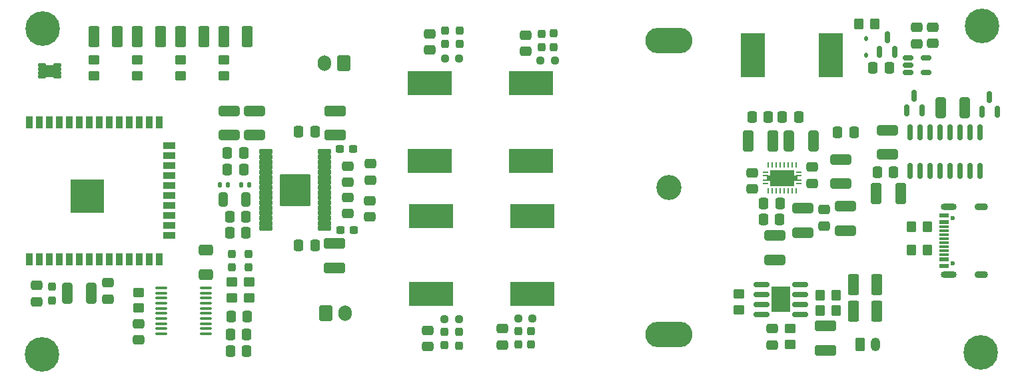
<source format=gbr>
%TF.GenerationSoftware,KiCad,Pcbnew,9.0.6*%
%TF.CreationDate,2025-12-07T16:06:48+02:00*%
%TF.ProjectId,BLUETOOTH_SPEAKER,424c5545-544f-44f5-9448-5f535045414b,rev?*%
%TF.SameCoordinates,Original*%
%TF.FileFunction,Soldermask,Top*%
%TF.FilePolarity,Negative*%
%FSLAX46Y46*%
G04 Gerber Fmt 4.6, Leading zero omitted, Abs format (unit mm)*
G04 Created by KiCad (PCBNEW 9.0.6) date 2025-12-07 16:06:48*
%MOMM*%
%LPD*%
G01*
G04 APERTURE LIST*
G04 Aperture macros list*
%AMRoundRect*
0 Rectangle with rounded corners*
0 $1 Rounding radius*
0 $2 $3 $4 $5 $6 $7 $8 $9 X,Y pos of 4 corners*
0 Add a 4 corners polygon primitive as box body*
4,1,4,$2,$3,$4,$5,$6,$7,$8,$9,$2,$3,0*
0 Add four circle primitives for the rounded corners*
1,1,$1+$1,$2,$3*
1,1,$1+$1,$4,$5*
1,1,$1+$1,$6,$7*
1,1,$1+$1,$8,$9*
0 Add four rect primitives between the rounded corners*
20,1,$1+$1,$2,$3,$4,$5,0*
20,1,$1+$1,$4,$5,$6,$7,0*
20,1,$1+$1,$6,$7,$8,$9,0*
20,1,$1+$1,$8,$9,$2,$3,0*%
%AMFreePoly0*
4,1,13,0.375000,1.525000,1.025000,1.525000,1.025000,-1.525000,0.375000,-1.525000,0.375000,-1.925000,-0.375000,-1.925000,-0.375000,-1.525000,-1.025000,-1.525000,-1.025000,1.525000,-0.375000,1.525000,-0.375000,1.925000,0.375000,1.925000,0.375000,1.525000,0.375000,1.525000,$1*%
G04 Aperture macros list end*
%ADD10RoundRect,0.250000X-0.350000X-0.450000X0.350000X-0.450000X0.350000X0.450000X-0.350000X0.450000X0*%
%ADD11RoundRect,0.250000X-0.475000X0.337500X-0.475000X-0.337500X0.475000X-0.337500X0.475000X0.337500X0*%
%ADD12RoundRect,0.250000X0.650000X-0.412500X0.650000X0.412500X-0.650000X0.412500X-0.650000X-0.412500X0*%
%ADD13RoundRect,0.150000X0.150000X-0.825000X0.150000X0.825000X-0.150000X0.825000X-0.150000X-0.825000X0*%
%ADD14RoundRect,0.250000X1.100000X-0.412500X1.100000X0.412500X-1.100000X0.412500X-1.100000X-0.412500X0*%
%ADD15RoundRect,0.250000X0.412500X1.100000X-0.412500X1.100000X-0.412500X-1.100000X0.412500X-1.100000X0*%
%ADD16RoundRect,0.250000X-0.337500X-0.475000X0.337500X-0.475000X0.337500X0.475000X-0.337500X0.475000X0*%
%ADD17RoundRect,0.250001X-0.462499X-1.074999X0.462499X-1.074999X0.462499X1.074999X-0.462499X1.074999X0*%
%ADD18RoundRect,0.250000X0.325000X0.650000X-0.325000X0.650000X-0.325000X-0.650000X0.325000X-0.650000X0*%
%ADD19RoundRect,0.059250X0.422750X0.177750X-0.422750X0.177750X-0.422750X-0.177750X0.422750X-0.177750X0*%
%ADD20RoundRect,0.102000X0.450000X0.650000X-0.450000X0.650000X-0.450000X-0.650000X0.450000X-0.650000X0*%
%ADD21RoundRect,0.250000X0.350000X0.450000X-0.350000X0.450000X-0.350000X-0.450000X0.350000X-0.450000X0*%
%ADD22RoundRect,0.250000X0.475000X-0.337500X0.475000X0.337500X-0.475000X0.337500X-0.475000X-0.337500X0*%
%ADD23RoundRect,0.237500X-0.300000X-0.237500X0.300000X-0.237500X0.300000X0.237500X-0.300000X0.237500X0*%
%ADD24C,0.700000*%
%ADD25C,4.400000*%
%ADD26RoundRect,0.237500X0.250000X0.237500X-0.250000X0.237500X-0.250000X-0.237500X0.250000X-0.237500X0*%
%ADD27RoundRect,0.250000X-1.100000X0.412500X-1.100000X-0.412500X1.100000X-0.412500X1.100000X0.412500X0*%
%ADD28RoundRect,0.237500X0.237500X-0.300000X0.237500X0.300000X-0.237500X0.300000X-0.237500X-0.300000X0*%
%ADD29RoundRect,0.250000X-0.400000X-1.075000X0.400000X-1.075000X0.400000X1.075000X-0.400000X1.075000X0*%
%ADD30RoundRect,0.250000X0.450000X-0.350000X0.450000X0.350000X-0.450000X0.350000X-0.450000X-0.350000X0*%
%ADD31RoundRect,0.250000X0.337500X0.475000X-0.337500X0.475000X-0.337500X-0.475000X0.337500X-0.475000X0*%
%ADD32RoundRect,0.250000X1.075000X-0.400000X1.075000X0.400000X-1.075000X0.400000X-1.075000X-0.400000X0*%
%ADD33RoundRect,0.135000X-0.135000X-0.185000X0.135000X-0.185000X0.135000X0.185000X-0.135000X0.185000X0*%
%ADD34RoundRect,0.150000X0.150000X-0.587500X0.150000X0.587500X-0.150000X0.587500X-0.150000X-0.587500X0*%
%ADD35RoundRect,0.250000X0.600000X0.750000X-0.600000X0.750000X-0.600000X-0.750000X0.600000X-0.750000X0*%
%ADD36O,1.700000X2.000000*%
%ADD37RoundRect,0.150000X-0.512500X-0.150000X0.512500X-0.150000X0.512500X0.150000X-0.512500X0.150000X0*%
%ADD38RoundRect,0.237500X-0.237500X0.300000X-0.237500X-0.300000X0.237500X-0.300000X0.237500X0.300000X0*%
%ADD39C,0.600000*%
%ADD40R,1.160000X0.600000*%
%ADD41R,1.160000X0.300000*%
%ADD42O,2.000000X0.900000*%
%ADD43O,1.700000X0.900000*%
%ADD44RoundRect,0.250000X-1.075000X0.400000X-1.075000X-0.400000X1.075000X-0.400000X1.075000X0.400000X0*%
%ADD45RoundRect,0.237500X-0.250000X-0.237500X0.250000X-0.237500X0.250000X0.237500X-0.250000X0.237500X0*%
%ADD46RoundRect,0.112500X0.112500X-0.187500X0.112500X0.187500X-0.112500X0.187500X-0.112500X-0.187500X0*%
%ADD47RoundRect,0.250000X-0.450000X0.350000X-0.450000X-0.350000X0.450000X-0.350000X0.450000X0.350000X0*%
%ADD48RoundRect,0.102000X-2.700000X-1.450000X2.700000X-1.450000X2.700000X1.450000X-2.700000X1.450000X0*%
%ADD49RoundRect,0.102000X2.700000X1.450000X-2.700000X1.450000X-2.700000X-1.450000X2.700000X-1.450000X0*%
%ADD50RoundRect,0.050400X-0.249600X0.069600X-0.249600X-0.069600X0.249600X-0.069600X0.249600X0.069600X0*%
%ADD51RoundRect,0.050400X-0.069600X0.249600X-0.069600X-0.249600X0.069600X-0.249600X0.069600X0.249600X0*%
%ADD52RoundRect,0.050000X-0.250000X0.050000X-0.250000X-0.050000X0.250000X-0.050000X0.250000X0.050000X0*%
%ADD53FreePoly0,270.000000*%
%ADD54C,3.200000*%
%ADD55O,6.000000X3.250000*%
%ADD56RoundRect,0.150000X-0.825000X-0.150000X0.825000X-0.150000X0.825000X0.150000X-0.825000X0.150000X0*%
%ADD57R,2.410000X3.300000*%
%ADD58RoundRect,0.250000X-0.350000X-0.625000X0.350000X-0.625000X0.350000X0.625000X-0.350000X0.625000X0*%
%ADD59O,1.200000X1.750000*%
%ADD60RoundRect,0.250000X0.400000X1.075000X-0.400000X1.075000X-0.400000X-1.075000X0.400000X-1.075000X0*%
%ADD61RoundRect,0.250000X-0.600000X-0.750000X0.600000X-0.750000X0.600000X0.750000X-0.600000X0.750000X0*%
%ADD62RoundRect,0.100000X0.637500X0.100000X-0.637500X0.100000X-0.637500X-0.100000X0.637500X-0.100000X0*%
%ADD63RoundRect,0.102000X-1.450000X2.700000X-1.450000X-2.700000X1.450000X-2.700000X1.450000X2.700000X0*%
%ADD64R,0.900000X1.500000*%
%ADD65R,1.500000X0.900000*%
%ADD66R,4.200000X4.200000*%
%ADD67RoundRect,0.153500X-0.733500X-0.153500X0.733500X-0.153500X0.733500X0.153500X-0.733500X0.153500X0*%
%ADD68RoundRect,0.102000X-1.855000X-1.905000X1.855000X-1.905000X1.855000X1.905000X-1.855000X1.905000X0*%
G04 APERTURE END LIST*
D10*
%TO.C,R19*%
X152152500Y-128116000D03*
X154152500Y-128116000D03*
%TD*%
D11*
%TO.C,C50*%
X152630000Y-115222500D03*
X152630000Y-117297500D03*
%TD*%
D12*
%TO.C,C29*%
X74035000Y-123552500D03*
X74035000Y-120427500D03*
%TD*%
D13*
%TO.C,U4*%
X163575000Y-110332500D03*
X164845000Y-110332500D03*
X166115000Y-110332500D03*
X167385000Y-110332500D03*
X168655000Y-110332500D03*
X169925000Y-110332500D03*
X171195000Y-110332500D03*
X172465000Y-110332500D03*
X172465000Y-105382500D03*
X171195000Y-105382500D03*
X169925000Y-105382500D03*
X168655000Y-105382500D03*
X167385000Y-105382500D03*
X166115000Y-105382500D03*
X164845000Y-105382500D03*
X163575000Y-105382500D03*
%TD*%
D14*
%TO.C,C3*%
X90487500Y-105777500D03*
X90487500Y-102652500D03*
%TD*%
D15*
%TO.C,C38*%
X162402500Y-113220000D03*
X159277500Y-113220000D03*
%TD*%
D16*
%TO.C,C28*%
X77185000Y-133280000D03*
X79260000Y-133280000D03*
%TD*%
D17*
%TO.C,D5*%
X70852500Y-93210000D03*
X73827500Y-93210000D03*
%TD*%
D18*
%TO.C,C27*%
X79190000Y-113920000D03*
X76240000Y-113920000D03*
%TD*%
D19*
%TO.C,U8*%
X55175000Y-98330000D03*
X55175000Y-97830000D03*
X55175000Y-97330000D03*
X55175000Y-96830000D03*
X53205000Y-96830000D03*
X53205000Y-97330000D03*
X53205000Y-97830000D03*
X53205000Y-98330000D03*
D20*
X54190000Y-97580000D03*
%TD*%
D21*
%TO.C,R11*%
X165760000Y-120420000D03*
X163760000Y-120420000D03*
%TD*%
D22*
%TO.C,C37*%
X61650000Y-126647500D03*
X61650000Y-124572500D03*
%TD*%
D11*
%TO.C,C7*%
X94960000Y-109392500D03*
X94960000Y-111467500D03*
%TD*%
D23*
%TO.C,C4*%
X91147500Y-117855000D03*
X92872500Y-117855000D03*
%TD*%
D11*
%TO.C,C36*%
X52530000Y-124890000D03*
X52530000Y-126965000D03*
%TD*%
D16*
%TO.C,C51*%
X154362500Y-105400000D03*
X156437500Y-105400000D03*
%TD*%
D24*
%TO.C,H4*%
X51640000Y-92170000D03*
X52123274Y-91003274D03*
X52123274Y-93336726D03*
X53290000Y-90520000D03*
D25*
X53290000Y-92170000D03*
D24*
X53290000Y-93820000D03*
X54456726Y-91003274D03*
X54456726Y-93336726D03*
X54940000Y-92170000D03*
%TD*%
D26*
%TO.C,R2*%
X118417500Y-96230000D03*
X116592500Y-96230000D03*
%TD*%
D17*
%TO.C,D7*%
X59852500Y-93210000D03*
X62827500Y-93210000D03*
%TD*%
D27*
%TO.C,C6*%
X90450000Y-119582500D03*
X90450000Y-122707500D03*
%TD*%
D28*
%TO.C,C16*%
X116705000Y-94560000D03*
X116705000Y-92835000D03*
%TD*%
D29*
%TO.C,R20*%
X148155000Y-106485000D03*
X151255000Y-106485000D03*
%TD*%
D10*
%TO.C,R15*%
X157067500Y-91620000D03*
X159067500Y-91620000D03*
%TD*%
D30*
%TO.C,R28*%
X70852500Y-98210000D03*
X70852500Y-96210000D03*
%TD*%
D10*
%TO.C,R14*%
X163760000Y-117420000D03*
X165760000Y-117420000D03*
%TD*%
D31*
%TO.C,C53*%
X147035000Y-114485000D03*
X144960000Y-114485000D03*
%TD*%
D32*
%TO.C,R6*%
X76997500Y-105750000D03*
X76997500Y-102650000D03*
%TD*%
D33*
%TO.C,R26*%
X75850000Y-112090000D03*
X76870000Y-112090000D03*
%TD*%
D34*
%TO.C,Q1*%
X172732500Y-102815000D03*
X174632500Y-102815000D03*
X173682500Y-100940000D03*
%TD*%
D35*
%TO.C,J1*%
X91610000Y-96580000D03*
D36*
X89110000Y-96580000D03*
%TD*%
D37*
%TO.C,U5*%
X163350000Y-95877500D03*
X163350000Y-96827500D03*
X163350000Y-97777500D03*
X165625000Y-97777500D03*
X165625000Y-95877500D03*
%TD*%
D28*
%TO.C,C32*%
X77385000Y-122607500D03*
X77385000Y-120882500D03*
%TD*%
D38*
%TO.C,C20*%
X118305000Y-92817500D03*
X118305000Y-94542500D03*
%TD*%
D28*
%TO.C,C15*%
X104500000Y-94162500D03*
X104500000Y-92437500D03*
%TD*%
D39*
%TO.C,J3*%
X168961500Y-122091000D03*
X168961500Y-116311000D03*
D40*
X167901500Y-122401000D03*
X167901500Y-121601000D03*
D41*
X167901500Y-120451000D03*
X167901500Y-119451000D03*
X167901500Y-118951000D03*
X167901500Y-117951000D03*
D40*
X167901500Y-116801000D03*
X167901500Y-116001000D03*
X167901500Y-116001000D03*
X167901500Y-116801000D03*
D41*
X167901500Y-117451000D03*
X167901500Y-118451000D03*
X167901500Y-119951000D03*
X167901500Y-120951000D03*
D40*
X167901500Y-121601000D03*
X167901500Y-122401000D03*
D42*
X168481500Y-123521000D03*
D43*
X172651500Y-123521000D03*
D42*
X168481500Y-114881000D03*
D43*
X172651500Y-114881000D03*
%TD*%
D44*
%TO.C,R21*%
X155330000Y-114820000D03*
X155330000Y-117920000D03*
%TD*%
D34*
%TO.C,Q3*%
X159707500Y-95137500D03*
X161607500Y-95137500D03*
X160657500Y-93262500D03*
%TD*%
D24*
%TO.C,H3*%
X51560000Y-133710000D03*
X52043274Y-132543274D03*
X52043274Y-134876726D03*
X53210000Y-132060000D03*
D25*
X53210000Y-133710000D03*
D24*
X53210000Y-135360000D03*
X54376726Y-132543274D03*
X54376726Y-134876726D03*
X54860000Y-133710000D03*
%TD*%
D45*
%TO.C,R1*%
X104430000Y-95967500D03*
X106255000Y-95967500D03*
%TD*%
D32*
%TO.C,R24*%
X146400000Y-121650000D03*
X146400000Y-118550000D03*
%TD*%
D23*
%TO.C,C1*%
X91097500Y-107525000D03*
X92822500Y-107525000D03*
%TD*%
D24*
%TO.C,H2*%
X170890000Y-133400000D03*
X171373274Y-132233274D03*
X171373274Y-134566726D03*
X172540000Y-131750000D03*
D25*
X172540000Y-133400000D03*
D24*
X172540000Y-135050000D03*
X173706726Y-132233274D03*
X173706726Y-134566726D03*
X174190000Y-133400000D03*
%TD*%
D46*
%TO.C,D1*%
X157977500Y-95590000D03*
X157977500Y-93490000D03*
%TD*%
D11*
%TO.C,C41*%
X146022500Y-130398500D03*
X146022500Y-132473500D03*
%TD*%
D38*
%TO.C,C21*%
X115350000Y-130722500D03*
X115350000Y-132447500D03*
%TD*%
D47*
%TO.C,R9*%
X65510000Y-125770000D03*
X65510000Y-127770000D03*
%TD*%
D31*
%TO.C,C43*%
X160941250Y-97230000D03*
X158866250Y-97230000D03*
%TD*%
D16*
%TO.C,C25*%
X77100000Y-116160000D03*
X79175000Y-116160000D03*
%TD*%
D48*
%TO.C,L1*%
X102535000Y-109005000D03*
X102535000Y-99105000D03*
%TD*%
%TO.C,L3*%
X115410000Y-109005000D03*
X115410000Y-99105000D03*
%TD*%
D49*
%TO.C,L4*%
X102660000Y-116080000D03*
X102660000Y-125980000D03*
%TD*%
D32*
%TO.C,R5*%
X80267500Y-105750000D03*
X80267500Y-102650000D03*
%TD*%
D22*
%TO.C,C44*%
X166477500Y-94070000D03*
X166477500Y-91995000D03*
%TD*%
D32*
%TO.C,R22*%
X154800000Y-111950000D03*
X154800000Y-108850000D03*
%TD*%
D31*
%TO.C,C2*%
X87947500Y-105305000D03*
X85872500Y-105305000D03*
%TD*%
D11*
%TO.C,C9*%
X92110000Y-113685000D03*
X92110000Y-115760000D03*
%TD*%
D17*
%TO.C,D6*%
X65352500Y-93210000D03*
X68327500Y-93210000D03*
%TD*%
D15*
%TO.C,C46*%
X146117500Y-106505000D03*
X142992500Y-106505000D03*
%TD*%
D30*
%TO.C,R7*%
X79547500Y-126470000D03*
X79547500Y-124470000D03*
%TD*%
D22*
%TO.C,C42*%
X164397500Y-94100000D03*
X164397500Y-92025000D03*
%TD*%
D28*
%TO.C,C19*%
X106300000Y-94162500D03*
X106300000Y-92437500D03*
%TD*%
D38*
%TO.C,C22*%
X106225000Y-130812500D03*
X106225000Y-132537500D03*
%TD*%
D31*
%TO.C,C30*%
X79247500Y-131120000D03*
X77172500Y-131120000D03*
%TD*%
D17*
%TO.C,D2*%
X156392500Y-124776000D03*
X159367500Y-124776000D03*
%TD*%
D11*
%TO.C,C14*%
X102300000Y-130625000D03*
X102300000Y-132700000D03*
%TD*%
D31*
%TO.C,C45*%
X145570000Y-103485000D03*
X143495000Y-103485000D03*
%TD*%
D50*
%TO.C,U7*%
X149455000Y-110455000D03*
D51*
X149055000Y-109555000D03*
X148555000Y-109555000D03*
X148055000Y-109555000D03*
X147555000Y-109555000D03*
X147055000Y-109555000D03*
X146555000Y-109555000D03*
X146055000Y-109555000D03*
X145555000Y-109555000D03*
D50*
X145155000Y-110455000D03*
X145155000Y-111955000D03*
D51*
X145555000Y-112855000D03*
X146055000Y-112855000D03*
X146555000Y-112855000D03*
X147055000Y-112855000D03*
X147555000Y-112855000D03*
X148055000Y-112855000D03*
X148555000Y-112855000D03*
X149055000Y-112855000D03*
D50*
X149455000Y-111955000D03*
D52*
X149455000Y-110930000D03*
X145155000Y-110930000D03*
D53*
X147305000Y-111205000D03*
D52*
X149455000Y-111480000D03*
X145155000Y-111480000D03*
%TD*%
D38*
%TO.C,C17*%
X113775000Y-130722500D03*
X113775000Y-132447500D03*
%TD*%
D30*
%TO.C,R8*%
X77362500Y-126470000D03*
X77362500Y-124470000D03*
%TD*%
D22*
%TO.C,C8*%
X92110000Y-111792500D03*
X92110000Y-109717500D03*
%TD*%
D54*
%TO.C,F1*%
X132910000Y-112430000D03*
D55*
X132910000Y-93680000D03*
X132910000Y-131180000D03*
%TD*%
D29*
%TO.C,R12*%
X167442500Y-102237500D03*
X170542500Y-102237500D03*
%TD*%
D34*
%TO.C,Q2*%
X163150000Y-102635000D03*
X165050000Y-102635000D03*
X164100000Y-100760000D03*
%TD*%
D28*
%TO.C,C31*%
X79510000Y-122607500D03*
X79510000Y-120882500D03*
%TD*%
D16*
%TO.C,C24*%
X76812500Y-110140000D03*
X78887500Y-110140000D03*
%TD*%
D30*
%TO.C,R27*%
X76352500Y-98210000D03*
X76352500Y-96210000D03*
%TD*%
D11*
%TO.C,C13*%
X111775000Y-130410000D03*
X111775000Y-132485000D03*
%TD*%
D30*
%TO.C,R30*%
X59840000Y-98210000D03*
X59840000Y-96210000D03*
%TD*%
D22*
%TO.C,C48*%
X151085000Y-111892500D03*
X151085000Y-109817500D03*
%TD*%
D49*
%TO.C,L2*%
X115585000Y-116055000D03*
X115585000Y-125955000D03*
%TD*%
D10*
%TO.C,R18*%
X152162500Y-126116000D03*
X154162500Y-126116000D03*
%TD*%
D31*
%TO.C,C5*%
X87920000Y-119770000D03*
X85845000Y-119770000D03*
%TD*%
D56*
%TO.C,U6*%
X144682500Y-124776000D03*
X144682500Y-126046000D03*
X144682500Y-127316000D03*
X144682500Y-128586000D03*
X149632500Y-128586000D03*
X149632500Y-127316000D03*
X149632500Y-126046000D03*
X149632500Y-124776000D03*
D57*
X147157500Y-126681000D03*
%TD*%
D31*
%TO.C,C52*%
X147012500Y-116525000D03*
X144937500Y-116525000D03*
%TD*%
D44*
%TO.C,R23*%
X149900000Y-115050000D03*
X149900000Y-118150000D03*
%TD*%
D26*
%TO.C,R4*%
X106212500Y-129162500D03*
X104387500Y-129162500D03*
%TD*%
D16*
%TO.C,C26*%
X77100000Y-118180000D03*
X79175000Y-118180000D03*
%TD*%
D11*
%TO.C,C49*%
X143505000Y-110547500D03*
X143505000Y-112622500D03*
%TD*%
D22*
%TO.C,C10*%
X94910000Y-116192500D03*
X94910000Y-114117500D03*
%TD*%
D58*
%TO.C,J4*%
X157200000Y-132450000D03*
D59*
X159200000Y-132450000D03*
%TD*%
D32*
%TO.C,R13*%
X160680000Y-108217500D03*
X160680000Y-105117500D03*
%TD*%
D38*
%TO.C,C35*%
X54510000Y-125057500D03*
X54510000Y-126782500D03*
%TD*%
D30*
%TO.C,R17*%
X141802500Y-128016000D03*
X141802500Y-126016000D03*
%TD*%
D60*
%TO.C,R10*%
X59530000Y-125890000D03*
X56430000Y-125890000D03*
%TD*%
D26*
%TO.C,R3*%
X115600000Y-129100000D03*
X113775000Y-129100000D03*
%TD*%
D47*
%TO.C,R16*%
X148292500Y-130406000D03*
X148292500Y-132406000D03*
%TD*%
D61*
%TO.C,J2*%
X89300000Y-128410000D03*
D36*
X91800000Y-128410000D03*
%TD*%
D33*
%TO.C,R25*%
X78570000Y-112090000D03*
X79590000Y-112090000D03*
%TD*%
D30*
%TO.C,R29*%
X65352500Y-98210000D03*
X65352500Y-96210000D03*
%TD*%
D31*
%TO.C,C47*%
X149402500Y-103485000D03*
X147327500Y-103485000D03*
%TD*%
D62*
%TO.C,U2*%
X74085000Y-131070000D03*
X74085000Y-130420000D03*
X74085000Y-129770000D03*
X74085000Y-129120000D03*
X74085000Y-128470000D03*
X74085000Y-127820000D03*
X74085000Y-127170000D03*
X74085000Y-126520000D03*
X74085000Y-125870000D03*
X74085000Y-125220000D03*
X68360000Y-125220000D03*
X68360000Y-125870000D03*
X68360000Y-126520000D03*
X68360000Y-127170000D03*
X68360000Y-127820000D03*
X68360000Y-128470000D03*
X68360000Y-129120000D03*
X68360000Y-129770000D03*
X68360000Y-130420000D03*
X68360000Y-131070000D03*
%TD*%
D16*
%TO.C,C23*%
X76812500Y-107990000D03*
X78887500Y-107990000D03*
%TD*%
D17*
%TO.C,D3*%
X156377500Y-128206000D03*
X159352500Y-128206000D03*
%TD*%
D63*
%TO.C,L5*%
X143560000Y-95570000D03*
X153460000Y-95570000D03*
%TD*%
D17*
%TO.C,D4*%
X76352500Y-93210000D03*
X79327500Y-93210000D03*
%TD*%
D24*
%TO.C,H1*%
X171020000Y-91860000D03*
X171503274Y-90693274D03*
X171503274Y-93026726D03*
X172670000Y-90210000D03*
D25*
X172670000Y-91860000D03*
D24*
X172670000Y-93510000D03*
X173836726Y-90693274D03*
X173836726Y-93026726D03*
X174320000Y-91860000D03*
%TD*%
D64*
%TO.C,U3*%
X51635000Y-121595000D03*
X52905000Y-121595000D03*
X54175000Y-121595000D03*
X55445000Y-121595000D03*
X56715000Y-121595000D03*
X57985000Y-121595000D03*
X59255000Y-121595000D03*
X60525000Y-121595000D03*
X61795000Y-121595000D03*
X63065000Y-121595000D03*
X64335000Y-121595000D03*
X65605000Y-121595000D03*
X66875000Y-121595000D03*
X68145000Y-121595000D03*
D65*
X69395000Y-118555000D03*
X69395000Y-117285000D03*
X69395000Y-116015000D03*
X69395000Y-114745000D03*
X69395000Y-113475000D03*
X69395000Y-112205000D03*
X69395000Y-110935000D03*
X69395000Y-109665000D03*
X69395000Y-108395000D03*
X69395000Y-107125000D03*
D64*
X68145000Y-104095000D03*
X66875000Y-104095000D03*
X65605000Y-104095000D03*
X64335000Y-104095000D03*
X63065000Y-104095000D03*
X61795000Y-104095000D03*
X60525000Y-104095000D03*
X59255000Y-104095000D03*
X57985000Y-104095000D03*
X56715000Y-104095000D03*
X55445000Y-104095000D03*
X54175000Y-104095000D03*
X52905000Y-104095000D03*
X51635000Y-104095000D03*
D39*
X58212500Y-115050000D03*
X59737500Y-115050000D03*
X57450000Y-114287500D03*
X58975000Y-114287500D03*
X60500000Y-114287500D03*
X58212500Y-113525000D03*
D66*
X58975000Y-113525000D03*
D39*
X59737500Y-113525000D03*
X57450000Y-112762500D03*
X58975000Y-112762500D03*
X60500000Y-112762500D03*
X58212500Y-112000000D03*
X59737500Y-112000000D03*
%TD*%
D38*
%TO.C,C18*%
X104375000Y-130800000D03*
X104375000Y-132525000D03*
%TD*%
D22*
%TO.C,C11*%
X102500000Y-94937500D03*
X102500000Y-92862500D03*
%TD*%
D11*
%TO.C,C33*%
X65485000Y-129757500D03*
X65485000Y-131832500D03*
%TD*%
D67*
%TO.C,U1*%
X81700000Y-107880000D03*
X81700000Y-108530000D03*
X81700000Y-109180000D03*
X81700000Y-109830000D03*
X81700000Y-110480000D03*
X81700000Y-111130000D03*
X81700000Y-111780000D03*
X81700000Y-112430000D03*
X81700000Y-113080000D03*
X81700000Y-113730000D03*
X81700000Y-114380000D03*
X81700000Y-115030000D03*
X81700000Y-115680000D03*
X81700000Y-116330000D03*
X81700000Y-116980000D03*
X81700000Y-117630000D03*
X89140000Y-117630000D03*
X89140000Y-116980000D03*
X89140000Y-116330000D03*
X89140000Y-115680000D03*
X89140000Y-115030000D03*
X89140000Y-114380000D03*
X89140000Y-113730000D03*
X89140000Y-113080000D03*
X89140000Y-112430000D03*
X89140000Y-111780000D03*
X89140000Y-111130000D03*
X89140000Y-110480000D03*
X89140000Y-109830000D03*
X89140000Y-109180000D03*
X89140000Y-108530000D03*
X89140000Y-107880000D03*
D68*
X85420000Y-112755000D03*
%TD*%
D27*
%TO.C,C40*%
X152852500Y-130063500D03*
X152852500Y-133188500D03*
%TD*%
D22*
%TO.C,C12*%
X114730000Y-95105000D03*
X114730000Y-93030000D03*
%TD*%
D16*
%TO.C,C34*%
X77272500Y-128845000D03*
X79347500Y-128845000D03*
%TD*%
D31*
%TO.C,C39*%
X161467500Y-110447500D03*
X159392500Y-110447500D03*
%TD*%
M02*

</source>
